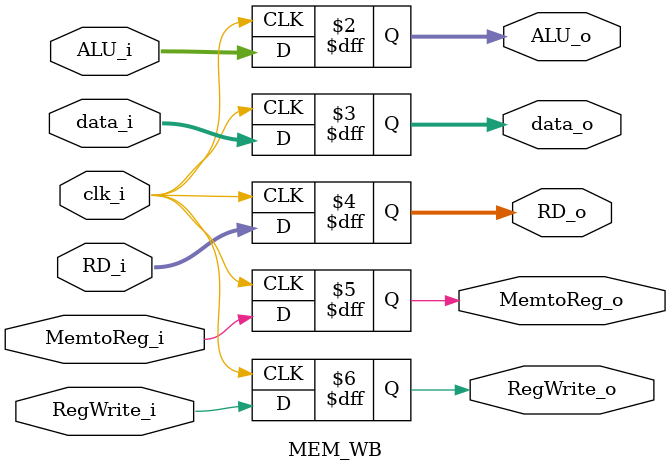
<source format=v>
module MEM_WB
(
    input            clk_i,
    input   [31:0]   ALU_i,
    input   [31:0]   data_i,
    input   [4:0]    RD_i,
    input            MemtoReg_i,
    input            RegWrite_i,
    output  [31:0]   ALU_o,
    output  [31:0]   data_o,
    output  [4:0]    RD_o,
    output           MemtoReg_o,
    output           RegWrite_o
);

reg     [31:0]     ALU_o, data_o;
reg     [4:0]      RD_o;
reg                MemtoReg_o, RegWrite_o;

always @ (posedge clk_i) begin
    ALU_o <= ALU_i;
    data_o <= data_i;
    RD_o <= RD_i;
    MemtoReg_o <= MemtoReg_i;
    RegWrite_o <= RegWrite_i;
end

endmodule
</source>
